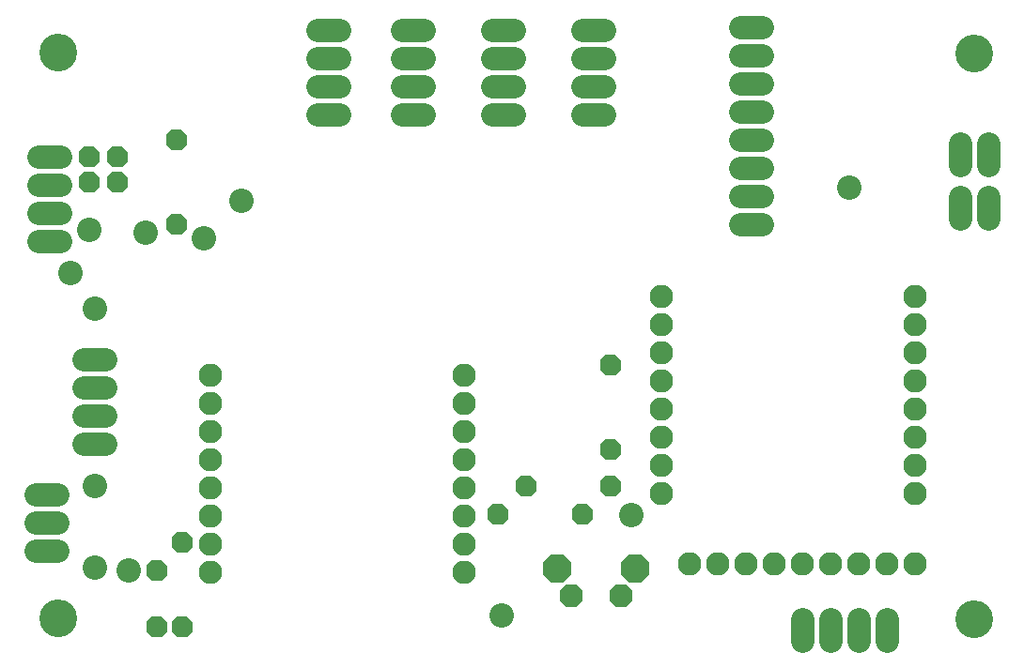
<source format=gbr>
G04 EAGLE Gerber RS-274X export*
G75*
%MOMM*%
%FSLAX34Y34*%
%LPD*%
%INSoldermask Top*%
%IPPOS*%
%AMOC8*
5,1,8,0,0,1.08239X$1,22.5*%
G01*
%ADD10P,2.073859X8X112.500000*%
%ADD11P,2.073859X8X292.500000*%
%ADD12C,3.403200*%
%ADD13C,2.103200*%
%ADD14P,2.276483X8X22.500000*%
%ADD15P,2.817678X8X22.500000*%
%ADD16P,2.073859X8X202.500000*%
%ADD17C,2.119200*%
%ADD18C,2.203200*%


D10*
X152240Y35640D03*
X152240Y111840D03*
D11*
X129380Y86360D03*
X129380Y35560D03*
D12*
X41200Y553640D03*
D13*
X177800Y110490D03*
X177800Y135890D03*
X177800Y161290D03*
X177800Y186690D03*
X177800Y212090D03*
X177800Y237490D03*
X177800Y262890D03*
X406400Y110490D03*
X406400Y135890D03*
X406400Y161290D03*
X406400Y186690D03*
X406400Y212090D03*
X406400Y237490D03*
X406400Y262890D03*
X177800Y85090D03*
X406400Y85090D03*
D14*
X503280Y63500D03*
X548280Y63500D03*
D15*
X560780Y88500D03*
X490780Y88500D03*
D16*
X513080Y137160D03*
X436880Y137160D03*
D11*
X147460Y474860D03*
X147460Y398660D03*
D12*
X866060Y42620D03*
X866060Y553160D03*
D16*
X93980Y459740D03*
X68580Y459740D03*
X93980Y436880D03*
X68580Y436880D03*
D10*
X538480Y195580D03*
X538480Y271780D03*
D16*
X538480Y162560D03*
X462280Y162560D03*
D17*
X655900Y576580D02*
X675060Y576580D01*
X675060Y551180D02*
X655900Y551180D01*
X655900Y525780D02*
X675060Y525780D01*
X675060Y500380D02*
X655900Y500380D01*
X655900Y474980D02*
X675060Y474980D01*
X675060Y449580D02*
X655900Y449580D01*
X655900Y424180D02*
X675060Y424180D01*
X675060Y398780D02*
X655900Y398780D01*
D12*
X41200Y43100D03*
D13*
X584200Y181610D03*
X584200Y207010D03*
X584200Y232410D03*
X584200Y257810D03*
X584200Y283210D03*
X584200Y308610D03*
X584200Y334010D03*
X812800Y181610D03*
X812800Y207010D03*
X812800Y232410D03*
X812800Y257810D03*
X812800Y283210D03*
X812800Y308610D03*
X812800Y334010D03*
X584200Y156210D03*
X812800Y156210D03*
X812800Y92710D03*
X787400Y92710D03*
X762000Y92710D03*
X736600Y92710D03*
X711200Y92710D03*
X685800Y92710D03*
X660400Y92710D03*
X635000Y92710D03*
X609600Y92710D03*
D17*
X787400Y42600D02*
X787400Y23440D01*
X762000Y23440D02*
X762000Y42600D01*
X736600Y42600D02*
X736600Y23440D01*
X711200Y23440D02*
X711200Y42600D01*
X40060Y104140D02*
X20900Y104140D01*
X20900Y129540D02*
X40060Y129540D01*
X40060Y154940D02*
X20900Y154940D01*
X853440Y404440D02*
X853440Y423600D01*
X878840Y423600D02*
X878840Y404440D01*
X853440Y452700D02*
X853440Y471860D01*
X878840Y471860D02*
X878840Y452700D01*
X83240Y200660D02*
X64080Y200660D01*
X64080Y226060D02*
X83240Y226060D01*
X83240Y251460D02*
X64080Y251460D01*
X64080Y276860D02*
X83240Y276860D01*
X42600Y383540D02*
X23440Y383540D01*
X23440Y408940D02*
X42600Y408940D01*
X42600Y434340D02*
X23440Y434340D01*
X23440Y459740D02*
X42600Y459740D01*
X513660Y497840D02*
X532820Y497840D01*
X532820Y523240D02*
X513660Y523240D01*
X513660Y548640D02*
X532820Y548640D01*
X532820Y574040D02*
X513660Y574040D01*
X451540Y497840D02*
X432380Y497840D01*
X432380Y523240D02*
X451540Y523240D01*
X451540Y548640D02*
X432380Y548640D01*
X432380Y574040D02*
X451540Y574040D01*
X370260Y574040D02*
X351100Y574040D01*
X351100Y548640D02*
X370260Y548640D01*
X370260Y523240D02*
X351100Y523240D01*
X351100Y497840D02*
X370260Y497840D01*
X294060Y574040D02*
X274900Y574040D01*
X274900Y548640D02*
X294060Y548640D01*
X294060Y523240D02*
X274900Y523240D01*
X274900Y497840D02*
X294060Y497840D01*
D18*
X51580Y354840D03*
X440340Y46220D03*
X119380Y391160D03*
X68580Y393700D03*
X172000Y386000D03*
X206000Y420000D03*
X556900Y136140D03*
X753460Y432340D03*
X104140Y86360D03*
X73660Y322580D03*
X73660Y88900D03*
X73660Y162560D03*
M02*

</source>
